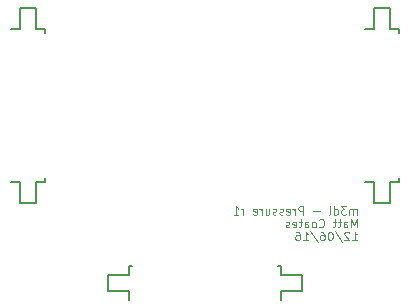
<source format=gbo>
G04 #@! TF.FileFunction,Legend,Bot*
%FSLAX46Y46*%
G04 Gerber Fmt 4.6, Leading zero omitted, Abs format (unit mm)*
G04 Created by KiCad (PCBNEW 4.0.2+e4-6225~38~ubuntu14.04.1-stable) date Tue 14 Jun 2016 23:11:03 BST*
%MOMM*%
G01*
G04 APERTURE LIST*
%ADD10C,0.100000*%
%ADD11C,0.150000*%
%ADD12R,0.800000X0.800000*%
%ADD13O,0.800000X0.800000*%
%ADD14R,2.220000X0.740000*%
%ADD15C,1.200000*%
%ADD16R,0.740000X2.220000*%
%ADD17R,0.620000X0.620000*%
G04 APERTURE END LIST*
D10*
X112833333Y-109236667D02*
X112833333Y-108770000D01*
X112833333Y-108836667D02*
X112800000Y-108803333D01*
X112733333Y-108770000D01*
X112633333Y-108770000D01*
X112566667Y-108803333D01*
X112533333Y-108870000D01*
X112533333Y-109236667D01*
X112533333Y-108870000D02*
X112500000Y-108803333D01*
X112433333Y-108770000D01*
X112333333Y-108770000D01*
X112266667Y-108803333D01*
X112233333Y-108870000D01*
X112233333Y-109236667D01*
X111966667Y-108536667D02*
X111533334Y-108536667D01*
X111766667Y-108803333D01*
X111666667Y-108803333D01*
X111600000Y-108836667D01*
X111566667Y-108870000D01*
X111533334Y-108936667D01*
X111533334Y-109103333D01*
X111566667Y-109170000D01*
X111600000Y-109203333D01*
X111666667Y-109236667D01*
X111866667Y-109236667D01*
X111933334Y-109203333D01*
X111966667Y-109170000D01*
X110933333Y-109236667D02*
X110933333Y-108536667D01*
X110933333Y-109203333D02*
X111000000Y-109236667D01*
X111133333Y-109236667D01*
X111200000Y-109203333D01*
X111233333Y-109170000D01*
X111266667Y-109103333D01*
X111266667Y-108903333D01*
X111233333Y-108836667D01*
X111200000Y-108803333D01*
X111133333Y-108770000D01*
X111000000Y-108770000D01*
X110933333Y-108803333D01*
X110500000Y-109236667D02*
X110566667Y-109203333D01*
X110600000Y-109136667D01*
X110600000Y-108536667D01*
X109700000Y-108970000D02*
X109166667Y-108970000D01*
X108300000Y-109236667D02*
X108300000Y-108536667D01*
X108033334Y-108536667D01*
X107966667Y-108570000D01*
X107933334Y-108603333D01*
X107900000Y-108670000D01*
X107900000Y-108770000D01*
X107933334Y-108836667D01*
X107966667Y-108870000D01*
X108033334Y-108903333D01*
X108300000Y-108903333D01*
X107600000Y-109236667D02*
X107600000Y-108770000D01*
X107600000Y-108903333D02*
X107566667Y-108836667D01*
X107533334Y-108803333D01*
X107466667Y-108770000D01*
X107400000Y-108770000D01*
X106900001Y-109203333D02*
X106966667Y-109236667D01*
X107100001Y-109236667D01*
X107166667Y-109203333D01*
X107200001Y-109136667D01*
X107200001Y-108870000D01*
X107166667Y-108803333D01*
X107100001Y-108770000D01*
X106966667Y-108770000D01*
X106900001Y-108803333D01*
X106866667Y-108870000D01*
X106866667Y-108936667D01*
X107200001Y-109003333D01*
X106600001Y-109203333D02*
X106533334Y-109236667D01*
X106400001Y-109236667D01*
X106333334Y-109203333D01*
X106300001Y-109136667D01*
X106300001Y-109103333D01*
X106333334Y-109036667D01*
X106400001Y-109003333D01*
X106500001Y-109003333D01*
X106566667Y-108970000D01*
X106600001Y-108903333D01*
X106600001Y-108870000D01*
X106566667Y-108803333D01*
X106500001Y-108770000D01*
X106400001Y-108770000D01*
X106333334Y-108803333D01*
X106033334Y-109203333D02*
X105966667Y-109236667D01*
X105833334Y-109236667D01*
X105766667Y-109203333D01*
X105733334Y-109136667D01*
X105733334Y-109103333D01*
X105766667Y-109036667D01*
X105833334Y-109003333D01*
X105933334Y-109003333D01*
X106000000Y-108970000D01*
X106033334Y-108903333D01*
X106033334Y-108870000D01*
X106000000Y-108803333D01*
X105933334Y-108770000D01*
X105833334Y-108770000D01*
X105766667Y-108803333D01*
X105133333Y-108770000D02*
X105133333Y-109236667D01*
X105433333Y-108770000D02*
X105433333Y-109136667D01*
X105400000Y-109203333D01*
X105333333Y-109236667D01*
X105233333Y-109236667D01*
X105166667Y-109203333D01*
X105133333Y-109170000D01*
X104800000Y-109236667D02*
X104800000Y-108770000D01*
X104800000Y-108903333D02*
X104766667Y-108836667D01*
X104733334Y-108803333D01*
X104666667Y-108770000D01*
X104600000Y-108770000D01*
X104100001Y-109203333D02*
X104166667Y-109236667D01*
X104300001Y-109236667D01*
X104366667Y-109203333D01*
X104400001Y-109136667D01*
X104400001Y-108870000D01*
X104366667Y-108803333D01*
X104300001Y-108770000D01*
X104166667Y-108770000D01*
X104100001Y-108803333D01*
X104066667Y-108870000D01*
X104066667Y-108936667D01*
X104400001Y-109003333D01*
X103233334Y-109236667D02*
X103233334Y-108770000D01*
X103233334Y-108903333D02*
X103200001Y-108836667D01*
X103166668Y-108803333D01*
X103100001Y-108770000D01*
X103033334Y-108770000D01*
X102433335Y-109236667D02*
X102833335Y-109236667D01*
X102633335Y-109236667D02*
X102633335Y-108536667D01*
X102700001Y-108636667D01*
X102766668Y-108703333D01*
X102833335Y-108736667D01*
X112833333Y-110316667D02*
X112833333Y-109616667D01*
X112600000Y-110116667D01*
X112366667Y-109616667D01*
X112366667Y-110316667D01*
X111733333Y-110316667D02*
X111733333Y-109950000D01*
X111766667Y-109883333D01*
X111833333Y-109850000D01*
X111966667Y-109850000D01*
X112033333Y-109883333D01*
X111733333Y-110283333D02*
X111800000Y-110316667D01*
X111966667Y-110316667D01*
X112033333Y-110283333D01*
X112066667Y-110216667D01*
X112066667Y-110150000D01*
X112033333Y-110083333D01*
X111966667Y-110050000D01*
X111800000Y-110050000D01*
X111733333Y-110016667D01*
X111500000Y-109850000D02*
X111233334Y-109850000D01*
X111400000Y-109616667D02*
X111400000Y-110216667D01*
X111366667Y-110283333D01*
X111300000Y-110316667D01*
X111233334Y-110316667D01*
X111100000Y-109850000D02*
X110833334Y-109850000D01*
X111000000Y-109616667D02*
X111000000Y-110216667D01*
X110966667Y-110283333D01*
X110900000Y-110316667D01*
X110833334Y-110316667D01*
X109666667Y-110250000D02*
X109700001Y-110283333D01*
X109800001Y-110316667D01*
X109866667Y-110316667D01*
X109966667Y-110283333D01*
X110033334Y-110216667D01*
X110066667Y-110150000D01*
X110100001Y-110016667D01*
X110100001Y-109916667D01*
X110066667Y-109783333D01*
X110033334Y-109716667D01*
X109966667Y-109650000D01*
X109866667Y-109616667D01*
X109800001Y-109616667D01*
X109700001Y-109650000D01*
X109666667Y-109683333D01*
X109266667Y-110316667D02*
X109333334Y-110283333D01*
X109366667Y-110250000D01*
X109400001Y-110183333D01*
X109400001Y-109983333D01*
X109366667Y-109916667D01*
X109333334Y-109883333D01*
X109266667Y-109850000D01*
X109166667Y-109850000D01*
X109100001Y-109883333D01*
X109066667Y-109916667D01*
X109033334Y-109983333D01*
X109033334Y-110183333D01*
X109066667Y-110250000D01*
X109100001Y-110283333D01*
X109166667Y-110316667D01*
X109266667Y-110316667D01*
X108433334Y-110316667D02*
X108433334Y-109950000D01*
X108466668Y-109883333D01*
X108533334Y-109850000D01*
X108666668Y-109850000D01*
X108733334Y-109883333D01*
X108433334Y-110283333D02*
X108500001Y-110316667D01*
X108666668Y-110316667D01*
X108733334Y-110283333D01*
X108766668Y-110216667D01*
X108766668Y-110150000D01*
X108733334Y-110083333D01*
X108666668Y-110050000D01*
X108500001Y-110050000D01*
X108433334Y-110016667D01*
X108200001Y-109850000D02*
X107933335Y-109850000D01*
X108100001Y-109616667D02*
X108100001Y-110216667D01*
X108066668Y-110283333D01*
X108000001Y-110316667D01*
X107933335Y-110316667D01*
X107433335Y-110283333D02*
X107500001Y-110316667D01*
X107633335Y-110316667D01*
X107700001Y-110283333D01*
X107733335Y-110216667D01*
X107733335Y-109950000D01*
X107700001Y-109883333D01*
X107633335Y-109850000D01*
X107500001Y-109850000D01*
X107433335Y-109883333D01*
X107400001Y-109950000D01*
X107400001Y-110016667D01*
X107733335Y-110083333D01*
X107133335Y-110283333D02*
X107066668Y-110316667D01*
X106933335Y-110316667D01*
X106866668Y-110283333D01*
X106833335Y-110216667D01*
X106833335Y-110183333D01*
X106866668Y-110116667D01*
X106933335Y-110083333D01*
X107033335Y-110083333D01*
X107100001Y-110050000D01*
X107133335Y-109983333D01*
X107133335Y-109950000D01*
X107100001Y-109883333D01*
X107033335Y-109850000D01*
X106933335Y-109850000D01*
X106866668Y-109883333D01*
X112466667Y-111396667D02*
X112866667Y-111396667D01*
X112666667Y-111396667D02*
X112666667Y-110696667D01*
X112733333Y-110796667D01*
X112800000Y-110863333D01*
X112866667Y-110896667D01*
X112200000Y-110763333D02*
X112166666Y-110730000D01*
X112100000Y-110696667D01*
X111933333Y-110696667D01*
X111866666Y-110730000D01*
X111833333Y-110763333D01*
X111800000Y-110830000D01*
X111800000Y-110896667D01*
X111833333Y-110996667D01*
X112233333Y-111396667D01*
X111800000Y-111396667D01*
X110999999Y-110663333D02*
X111599999Y-111563333D01*
X110633333Y-110696667D02*
X110566666Y-110696667D01*
X110500000Y-110730000D01*
X110466666Y-110763333D01*
X110433333Y-110830000D01*
X110400000Y-110963333D01*
X110400000Y-111130000D01*
X110433333Y-111263333D01*
X110466666Y-111330000D01*
X110500000Y-111363333D01*
X110566666Y-111396667D01*
X110633333Y-111396667D01*
X110700000Y-111363333D01*
X110733333Y-111330000D01*
X110766666Y-111263333D01*
X110800000Y-111130000D01*
X110800000Y-110963333D01*
X110766666Y-110830000D01*
X110733333Y-110763333D01*
X110700000Y-110730000D01*
X110633333Y-110696667D01*
X109799999Y-110696667D02*
X109933333Y-110696667D01*
X109999999Y-110730000D01*
X110033333Y-110763333D01*
X110099999Y-110863333D01*
X110133333Y-110996667D01*
X110133333Y-111263333D01*
X110099999Y-111330000D01*
X110066666Y-111363333D01*
X109999999Y-111396667D01*
X109866666Y-111396667D01*
X109799999Y-111363333D01*
X109766666Y-111330000D01*
X109733333Y-111263333D01*
X109733333Y-111096667D01*
X109766666Y-111030000D01*
X109799999Y-110996667D01*
X109866666Y-110963333D01*
X109999999Y-110963333D01*
X110066666Y-110996667D01*
X110099999Y-111030000D01*
X110133333Y-111096667D01*
X108933332Y-110663333D02*
X109533332Y-111563333D01*
X108333333Y-111396667D02*
X108733333Y-111396667D01*
X108533333Y-111396667D02*
X108533333Y-110696667D01*
X108599999Y-110796667D01*
X108666666Y-110863333D01*
X108733333Y-110896667D01*
X107733332Y-110696667D02*
X107866666Y-110696667D01*
X107933332Y-110730000D01*
X107966666Y-110763333D01*
X108033332Y-110863333D01*
X108066666Y-110996667D01*
X108066666Y-111263333D01*
X108033332Y-111330000D01*
X107999999Y-111363333D01*
X107933332Y-111396667D01*
X107799999Y-111396667D01*
X107733332Y-111363333D01*
X107699999Y-111330000D01*
X107666666Y-111263333D01*
X107666666Y-111096667D01*
X107699999Y-111030000D01*
X107733332Y-110996667D01*
X107799999Y-110963333D01*
X107933332Y-110963333D01*
X107999999Y-110996667D01*
X108033332Y-111030000D01*
X108066666Y-111096667D01*
D11*
X83550000Y-106465000D02*
X84315000Y-106465000D01*
X84315000Y-106465000D02*
X84315000Y-108245000D01*
X84315000Y-108245000D02*
X85685000Y-108245000D01*
X85685000Y-108245000D02*
X85685000Y-106465000D01*
X85685000Y-106465000D02*
X86450000Y-106465000D01*
X86450000Y-106465000D02*
X86450000Y-106165000D01*
X86450000Y-93835000D02*
X86450000Y-93535000D01*
X86450000Y-93535000D02*
X85685000Y-93535000D01*
X85685000Y-93535000D02*
X85685000Y-91755000D01*
X85685000Y-91755000D02*
X84315000Y-91755000D01*
X84315000Y-91755000D02*
X84315000Y-93535000D01*
X84315000Y-93535000D02*
X83550000Y-93535000D01*
X113550000Y-106465000D02*
X114315000Y-106465000D01*
X114315000Y-106465000D02*
X114315000Y-108245000D01*
X114315000Y-108245000D02*
X115685000Y-108245000D01*
X115685000Y-108245000D02*
X115685000Y-106465000D01*
X115685000Y-106465000D02*
X116450000Y-106465000D01*
X116450000Y-106465000D02*
X116450000Y-106165000D01*
X116450000Y-93835000D02*
X116450000Y-93535000D01*
X116450000Y-93535000D02*
X115685000Y-93535000D01*
X115685000Y-93535000D02*
X115685000Y-91755000D01*
X115685000Y-91755000D02*
X114315000Y-91755000D01*
X114315000Y-91755000D02*
X114315000Y-93535000D01*
X114315000Y-93535000D02*
X113550000Y-93535000D01*
X106465000Y-116450000D02*
X106465000Y-115685000D01*
X106465000Y-115685000D02*
X108245000Y-115685000D01*
X108245000Y-115685000D02*
X108245000Y-114315000D01*
X108245000Y-114315000D02*
X106465000Y-114315000D01*
X106465000Y-114315000D02*
X106465000Y-113550000D01*
X106465000Y-113550000D02*
X106165000Y-113550000D01*
X93835000Y-113550000D02*
X93535000Y-113550000D01*
X93535000Y-113550000D02*
X93535000Y-114315000D01*
X93535000Y-114315000D02*
X91755000Y-114315000D01*
X91755000Y-114315000D02*
X91755000Y-115685000D01*
X91755000Y-115685000D02*
X93535000Y-115685000D01*
X93535000Y-115685000D02*
X93535000Y-116450000D01*
%LPC*%
D12*
X106000000Y-92000000D03*
D13*
X104750000Y-92000000D03*
X103500000Y-92000000D03*
X102250000Y-92000000D03*
X101000000Y-92000000D03*
X99750000Y-92000000D03*
X98500000Y-92000000D03*
X97250000Y-92000000D03*
X96000000Y-92000000D03*
X94750000Y-92000000D03*
D14*
X83635000Y-94285000D03*
X86365000Y-94285000D03*
X83635000Y-95555000D03*
X86365000Y-95555000D03*
X83635000Y-96825000D03*
X86365000Y-96825000D03*
X83635000Y-98095000D03*
X86365000Y-98095000D03*
X83635000Y-99365000D03*
X86365000Y-99365000D03*
X83635000Y-100635000D03*
X86365000Y-100635000D03*
X83635000Y-101905000D03*
X86365000Y-101905000D03*
X83635000Y-103175000D03*
X86365000Y-103175000D03*
X83635000Y-104445000D03*
X86365000Y-104445000D03*
X83635000Y-105715000D03*
X86365000Y-105715000D03*
D15*
X85000000Y-107305000D03*
X85000000Y-92695000D03*
D14*
X113635000Y-94285000D03*
X116365000Y-94285000D03*
X113635000Y-95555000D03*
X116365000Y-95555000D03*
X113635000Y-96825000D03*
X116365000Y-96825000D03*
X113635000Y-98095000D03*
X116365000Y-98095000D03*
X113635000Y-99365000D03*
X116365000Y-99365000D03*
X113635000Y-100635000D03*
X116365000Y-100635000D03*
X113635000Y-101905000D03*
X116365000Y-101905000D03*
X113635000Y-103175000D03*
X116365000Y-103175000D03*
X113635000Y-104445000D03*
X116365000Y-104445000D03*
X113635000Y-105715000D03*
X116365000Y-105715000D03*
D15*
X115000000Y-107305000D03*
X115000000Y-92695000D03*
D16*
X94285000Y-116365000D03*
X94285000Y-113635000D03*
X95555000Y-116365000D03*
X95555000Y-113635000D03*
X96825000Y-116365000D03*
X96825000Y-113635000D03*
X98095000Y-116365000D03*
X98095000Y-113635000D03*
X99365000Y-116365000D03*
X99365000Y-113635000D03*
X100635000Y-116365000D03*
X100635000Y-113635000D03*
X101905000Y-116365000D03*
X101905000Y-113635000D03*
X103175000Y-116365000D03*
X103175000Y-113635000D03*
X104445000Y-116365000D03*
X104445000Y-113635000D03*
X105715000Y-116365000D03*
X105715000Y-113635000D03*
D15*
X107305000Y-115000000D03*
X92695000Y-115000000D03*
D17*
X103500000Y-90000000D03*
X103500000Y-90900000D03*
X102250000Y-90000000D03*
X102250000Y-90900000D03*
X101000000Y-90000000D03*
X101000000Y-90900000D03*
X99750000Y-90000000D03*
X99750000Y-90900000D03*
X98500000Y-90000000D03*
X98500000Y-90900000D03*
X105350000Y-90000000D03*
X105350000Y-90900000D03*
M02*

</source>
